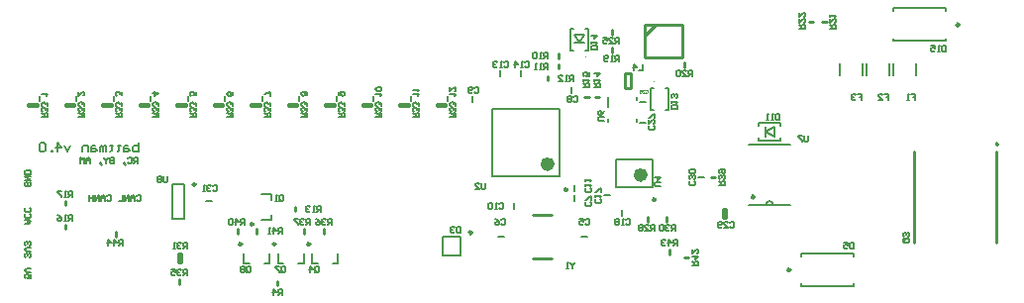
<source format=gbo>
G04 Layer_Color=32896*
%FSAX25Y25*%
%MOIN*%
G70*
G01*
G75*
%ADD46C,0.01000*%
%ADD79C,0.00984*%
%ADD80C,0.02362*%
%ADD82C,0.00787*%
%ADD83C,0.00800*%
%ADD84C,0.00500*%
%ADD86C,0.00394*%
%ADD87C,0.00300*%
%ADD148C,0.00600*%
D46*
X0782000Y0574000D02*
G03*
X0782000Y0574000I-0000500J0000000D01*
G01*
X0864067Y0591716D02*
G03*
X0864067Y0591716I-0000394J0000000D01*
G01*
X0745201Y0632012D02*
X0757799D01*
X0745201Y0620988D02*
X0757799D01*
Y0632012D01*
X0745201Y0620988D02*
Y0632012D01*
X0748744D02*
X0749532D01*
X0745201Y0628469D02*
X0748744Y0632012D01*
X0738500Y0610500D02*
Y0615500D01*
X0740500Y0610500D02*
Y0615500D01*
X0738500D02*
X0740500D01*
X0738500Y0610500D02*
X0740500D01*
X0712500Y0613213D02*
Y0614787D01*
X0724713Y0607500D02*
X0726287D01*
X0728213D02*
X0729787D01*
X0734000Y0628713D02*
Y0630287D01*
Y0622713D02*
Y0624287D01*
X0758272Y0617713D02*
Y0619287D01*
X0800213Y0633000D02*
X0801787D01*
X0804713D02*
X0806287D01*
X0767213Y0580500D02*
X0768787D01*
X0752500Y0565713D02*
Y0567287D01*
X0627500Y0569213D02*
Y0570787D01*
X0588500Y0544713D02*
Y0546287D01*
X0588894Y0551925D02*
Y0555075D01*
X0588106Y0551925D02*
Y0555075D01*
Y0551925D02*
X0588894D01*
X0588106Y0555075D02*
X0588894D01*
X0550000Y0563213D02*
Y0564787D01*
Y0571213D02*
Y0572787D01*
X0753500Y0554713D02*
Y0556287D01*
X0758213Y0553500D02*
X0759787D01*
X0630228Y0561713D02*
Y0563287D01*
X0637000Y0561713D02*
Y0563287D01*
X0621500Y0544213D02*
Y0545787D01*
X0567000Y0560713D02*
Y0562287D01*
X0716000Y0617213D02*
Y0618787D01*
Y0620713D02*
Y0622287D01*
X0746000Y0565713D02*
Y0567287D01*
X0614500Y0561713D02*
Y0563287D01*
X0608000Y0561713D02*
Y0563287D01*
X0707536Y0553350D02*
X0713636D01*
X0707536Y0567850D02*
X0713636D01*
X0863280Y0558646D02*
Y0589354D01*
X0835721Y0558646D02*
Y0589354D01*
X0771500Y0570000D02*
X0772500D01*
X0771500Y0567000D02*
X0772500D01*
Y0570000D01*
X0771500Y0567000D02*
Y0570000D01*
X0540575Y0604606D02*
Y0605394D01*
X0537425Y0604606D02*
Y0605394D01*
X0540575D01*
X0537425Y0604606D02*
X0540575D01*
X0553075D02*
Y0605394D01*
X0549925Y0604606D02*
Y0605394D01*
X0553075D01*
X0549925Y0604606D02*
X0553075D01*
X0565575D02*
Y0605394D01*
X0562425Y0604606D02*
Y0605394D01*
X0565575D01*
X0562425Y0604606D02*
X0565575D01*
X0578075D02*
Y0605394D01*
X0574925Y0604606D02*
Y0605394D01*
X0578075D01*
X0574925Y0604606D02*
X0578075D01*
X0590575D02*
Y0605394D01*
X0587425Y0604606D02*
Y0605394D01*
X0590575D01*
X0587425Y0604606D02*
X0590575D01*
X0603075D02*
Y0605394D01*
X0599925Y0604606D02*
Y0605394D01*
X0603075D01*
X0599925Y0604606D02*
X0603075D01*
X0615575D02*
Y0605394D01*
X0612425Y0604606D02*
Y0605394D01*
X0615575D01*
X0612425Y0604606D02*
X0615575D01*
X0628075D02*
Y0605394D01*
X0624925Y0604606D02*
Y0605394D01*
X0628075D01*
X0624925Y0604606D02*
X0628075D01*
X0640575D02*
Y0605394D01*
X0637425Y0604606D02*
Y0605394D01*
X0640575D01*
X0637425Y0604606D02*
X0640575D01*
X0653075D02*
Y0605394D01*
X0649925Y0604606D02*
Y0605394D01*
X0653075D01*
X0649925Y0604606D02*
X0653075D01*
X0665575D02*
Y0605394D01*
X0662425Y0604606D02*
Y0605394D01*
X0665575D01*
X0662425Y0604606D02*
X0665575D01*
X0678075D02*
Y0605394D01*
X0674925Y0604606D02*
Y0605394D01*
X0678075D01*
X0674925Y0604606D02*
X0678075D01*
D79*
X0748685Y0573142D02*
G03*
X0748685Y0573142I-0000492J0000000D01*
G01*
X0794098Y0549500D02*
G03*
X0794098Y0549500I-0000492J0000000D01*
G01*
X0620882Y0558153D02*
G03*
X0620882Y0558153I-0000492J0000000D01*
G01*
X0613339Y0564890D02*
G03*
X0613339Y0564890I-0000492J0000000D01*
G01*
X0609382Y0558153D02*
G03*
X0609382Y0558153I-0000492J0000000D01*
G01*
X0686929Y0562067D02*
G03*
X0686929Y0562067I-0000492J0000000D01*
G01*
X0632382Y0558153D02*
G03*
X0632382Y0558153I-0000492J0000000D01*
G01*
X0593905Y0578209D02*
G03*
X0593905Y0578209I-0000492J0000000D01*
G01*
X0719024Y0576500D02*
G03*
X0719024Y0576500I-0000492J0000000D01*
G01*
X0850886Y0632000D02*
G03*
X0850886Y0632000I-0000492J0000000D01*
G01*
D80*
X0744846Y0581410D02*
G03*
X0744846Y0581410I-0001181J0000000D01*
G01*
X0713512Y0585063D02*
G03*
X0713512Y0585063I-0001181J0000000D01*
G01*
D82*
X0818437Y0615031D02*
Y0618968D01*
X0810563Y0615031D02*
Y0618968D01*
X0827437Y0615031D02*
Y0618968D01*
X0819563Y0615031D02*
Y0618968D01*
X0828563Y0615031D02*
Y0618968D01*
X0836437Y0615031D02*
Y0618968D01*
X0732776Y0604287D02*
Y0607634D01*
Y0599366D02*
Y0600350D01*
X0742224Y0599366D02*
Y0600350D01*
Y0606650D02*
Y0607634D01*
X0725953Y0623260D02*
Y0630740D01*
X0720047Y0623260D02*
Y0630740D01*
X0724968Y0623260D02*
X0725953D01*
X0724968Y0630740D02*
X0725953D01*
X0720047Y0623260D02*
X0721032D01*
X0720047Y0630740D02*
X0721032D01*
X0721425Y0628575D02*
X0724575D01*
X0721425Y0625819D02*
X0724575D01*
X0721425Y0628575D02*
X0723000Y0625819D01*
X0724575Y0628575D01*
X0735398Y0577472D02*
X0747602D01*
X0735398Y0586528D02*
X0747602D01*
Y0577472D02*
Y0586528D01*
X0735398Y0577472D02*
Y0586528D01*
X0747047Y0603260D02*
Y0610740D01*
X0752953Y0603260D02*
Y0610740D01*
X0747047D02*
X0748032D01*
X0747047Y0603260D02*
X0748032D01*
X0751968Y0610740D02*
X0752953D01*
X0751968Y0603260D02*
X0752953D01*
X0815358Y0554126D02*
Y0555012D01*
X0797642Y0554126D02*
Y0555012D01*
X0815358Y0543988D02*
Y0544874D01*
X0797642Y0543988D02*
Y0544874D01*
Y0555012D02*
X0815358D01*
X0797642Y0543988D02*
X0815358D01*
X0783260Y0593047D02*
X0790740D01*
X0783260Y0598953D02*
X0790740D01*
X0783260Y0593047D02*
Y0594031D01*
X0790740Y0593047D02*
Y0594031D01*
X0783260Y0597968D02*
Y0598953D01*
X0790740Y0597968D02*
Y0598953D01*
X0788575Y0594425D02*
Y0597575D01*
X0785819Y0594425D02*
Y0597575D01*
Y0596000D02*
X0788575Y0597575D01*
X0785819Y0596000D02*
X0788575Y0594425D01*
X0628461Y0551520D02*
X0630331D01*
Y0555063D01*
X0621669Y0551520D02*
X0623539D01*
X0621669D02*
Y0555063D01*
X0619480Y0572961D02*
Y0574831D01*
X0615937D02*
X0619480D01*
Y0566169D02*
Y0568039D01*
X0615937Y0566169D02*
X0619480D01*
X0616961Y0551520D02*
X0618831D01*
Y0555063D01*
X0610169Y0551520D02*
X0612039D01*
X0610169D02*
Y0555063D01*
X0676929Y0554350D02*
Y0560650D01*
Y0554350D02*
X0683071D01*
X0676929Y0560650D02*
X0683071D01*
Y0554350D02*
Y0560650D01*
X0639961Y0551520D02*
X0641831D01*
Y0555063D01*
X0633169Y0551520D02*
X0635039D01*
X0633169D02*
Y0555063D01*
X0586031Y0578406D02*
X0589968D01*
X0586031Y0566595D02*
X0589968D01*
Y0578406D01*
X0586031Y0566595D02*
Y0578406D01*
X0693827Y0581126D02*
Y0603567D01*
X0716268Y0581126D02*
Y0603567D01*
X0693827D02*
X0716268D01*
X0693827Y0581126D02*
X0716268D01*
X0828642Y0637512D02*
X0846358D01*
X0828642Y0626488D02*
X0846358D01*
Y0636626D02*
Y0637512D01*
X0828642Y0636626D02*
Y0637512D01*
X0846358Y0626488D02*
Y0627374D01*
X0828642Y0626488D02*
Y0627374D01*
D83*
X0574700Y0592299D02*
Y0589300D01*
X0573201D01*
X0572701Y0589800D01*
Y0590300D01*
Y0590800D01*
X0573201Y0591299D01*
X0574700D01*
X0571201D02*
X0570201D01*
X0569702Y0590800D01*
Y0589300D01*
X0571201D01*
X0571701Y0589800D01*
X0571201Y0590300D01*
X0569702D01*
X0568202Y0591799D02*
Y0591299D01*
X0568702D01*
X0567702D01*
X0568202D01*
Y0589800D01*
X0567702Y0589300D01*
X0565703Y0591799D02*
Y0591299D01*
X0566203D01*
X0565203D01*
X0565703D01*
Y0589800D01*
X0565203Y0589300D01*
X0563704D02*
Y0591299D01*
X0563204D01*
X0562704Y0590800D01*
Y0589300D01*
Y0590800D01*
X0562204Y0591299D01*
X0561704Y0590800D01*
Y0589300D01*
X0560205Y0591299D02*
X0559205D01*
X0558705Y0590800D01*
Y0589300D01*
X0560205D01*
X0560705Y0589800D01*
X0560205Y0590300D01*
X0558705D01*
X0557705Y0589300D02*
Y0591299D01*
X0556206D01*
X0555706Y0590800D01*
Y0589300D01*
X0551707Y0591299D02*
X0550708Y0589300D01*
X0549708Y0591299D01*
X0547209Y0589300D02*
Y0592299D01*
X0548708Y0590800D01*
X0546709D01*
X0545709Y0589300D02*
Y0589800D01*
X0545210D01*
Y0589300D01*
X0545709D01*
X0543210Y0591799D02*
X0542710Y0592299D01*
X0541711D01*
X0541211Y0591799D01*
Y0589800D01*
X0541711Y0589300D01*
X0542710D01*
X0543210Y0589800D01*
Y0591799D01*
D84*
X0696500Y0614500D02*
Y0616500D01*
X0703500Y0614500D02*
Y0616500D01*
X0743500Y0606000D02*
X0745500D01*
X0731500Y0574500D02*
X0733500D01*
X0737500Y0567500D02*
Y0569500D01*
X0763000Y0580500D02*
X0765000D01*
X0597500Y0572500D02*
X0599500D01*
X0695586Y0560750D02*
X0697586D01*
X0723586Y0560749D02*
X0725586D01*
X0721500Y0572500D02*
Y0574500D01*
Y0576000D02*
Y0578000D01*
X0701000Y0570000D02*
Y0572000D01*
X0687000Y0606000D02*
Y0608000D01*
X0720500Y0609000D02*
Y0611000D01*
X0743500Y0599000D02*
X0745500D01*
X0574500Y0585166D02*
Y0587166D01*
X0573500D01*
X0573167Y0586833D01*
Y0586166D01*
X0573500Y0585833D01*
X0574500D01*
X0573834D02*
X0573167Y0585166D01*
X0571168Y0586833D02*
X0571501Y0587166D01*
X0572167D01*
X0572501Y0586833D01*
Y0585500D01*
X0572167Y0585166D01*
X0571501D01*
X0571168Y0585500D01*
X0570168Y0584833D02*
X0569835Y0585166D01*
Y0585500D01*
X0570168D01*
Y0585166D01*
X0569835D01*
X0570168Y0584833D01*
X0570501Y0584500D01*
X0566503Y0587166D02*
Y0585166D01*
X0565503D01*
X0565170Y0585500D01*
Y0585833D01*
X0565503Y0586166D01*
X0566503D01*
X0565503D01*
X0565170Y0586499D01*
Y0586833D01*
X0565503Y0587166D01*
X0566503D01*
X0564503D02*
Y0586833D01*
X0563837Y0586166D01*
X0563170Y0586833D01*
Y0587166D01*
X0563837Y0586166D02*
Y0585166D01*
X0562171Y0584833D02*
X0561837Y0585166D01*
Y0585500D01*
X0562171D01*
Y0585166D01*
X0561837D01*
X0562171Y0584833D01*
X0562504Y0584500D01*
X0558505Y0585166D02*
Y0586499D01*
X0557839Y0587166D01*
X0557172Y0586499D01*
Y0585166D01*
Y0586166D01*
X0558505D01*
X0556506Y0585166D02*
Y0587166D01*
X0555839Y0586499D01*
X0555173Y0587166D01*
Y0585166D01*
X0536500Y0565000D02*
X0537833D01*
X0538499Y0565666D01*
X0537833Y0566333D01*
X0536500D01*
X0537500D01*
Y0565000D01*
X0538166Y0568332D02*
X0538499Y0567999D01*
Y0567333D01*
X0538166Y0566999D01*
X0536833D01*
X0536500Y0567333D01*
Y0567999D01*
X0536833Y0568332D01*
X0538166Y0570332D02*
X0538499Y0569998D01*
Y0569332D01*
X0538166Y0568999D01*
X0536833D01*
X0536500Y0569332D01*
Y0569998D01*
X0536833Y0570332D01*
X0816667Y0608499D02*
X0818000D01*
Y0607500D01*
X0817334D01*
X0818000D01*
Y0606500D01*
X0816001Y0608166D02*
X0815667Y0608499D01*
X0815001D01*
X0814668Y0608166D01*
Y0607833D01*
X0815001Y0607500D01*
X0815334D01*
X0815001D01*
X0814668Y0607166D01*
Y0606833D01*
X0815001Y0606500D01*
X0815667D01*
X0816001Y0606833D01*
X0846500Y0624999D02*
Y0623000D01*
X0845500D01*
X0845167Y0623333D01*
Y0624666D01*
X0845500Y0624999D01*
X0846500D01*
X0844501Y0623000D02*
X0843834D01*
X0844167D01*
Y0624999D01*
X0844501Y0624666D01*
X0841502Y0624999D02*
X0842834D01*
Y0624000D01*
X0842168Y0624333D01*
X0841835D01*
X0841502Y0624000D01*
Y0623333D01*
X0841835Y0623000D01*
X0842501D01*
X0842834Y0623333D01*
X0724500Y0611000D02*
X0726499D01*
Y0612000D01*
X0726166Y0612333D01*
X0725500D01*
X0725166Y0612000D01*
Y0611000D01*
Y0611666D02*
X0724500Y0612333D01*
Y0612999D02*
Y0613666D01*
Y0613333D01*
X0726499D01*
X0726166Y0612999D01*
X0726499Y0615998D02*
Y0614666D01*
X0725500D01*
X0725833Y0615332D01*
Y0615665D01*
X0725500Y0615998D01*
X0724833D01*
X0724500Y0615665D01*
Y0614999D01*
X0724833Y0614666D01*
X0728000Y0611000D02*
X0729999D01*
Y0612000D01*
X0729666Y0612333D01*
X0729000D01*
X0728666Y0612000D01*
Y0611000D01*
Y0611666D02*
X0728000Y0612333D01*
Y0612999D02*
Y0613666D01*
Y0613333D01*
X0729999D01*
X0729666Y0612999D01*
X0728000Y0615665D02*
X0729999D01*
X0729000Y0614666D01*
Y0615998D01*
X0552500Y0566000D02*
Y0567999D01*
X0551500D01*
X0551167Y0567666D01*
Y0567000D01*
X0551500Y0566666D01*
X0552500D01*
X0551834D02*
X0551167Y0566000D01*
X0550501D02*
X0549834D01*
X0550167D01*
Y0567999D01*
X0550501Y0567666D01*
X0547502Y0567999D02*
X0548168Y0567666D01*
X0548835Y0567000D01*
Y0566333D01*
X0548501Y0566000D01*
X0547835D01*
X0547502Y0566333D01*
Y0566666D01*
X0547835Y0567000D01*
X0548835D01*
X0552500Y0574000D02*
Y0575999D01*
X0551500D01*
X0551167Y0575666D01*
Y0575000D01*
X0551500Y0574666D01*
X0552500D01*
X0551834D02*
X0551167Y0574000D01*
X0550501D02*
X0549834D01*
X0550167D01*
Y0575999D01*
X0550501Y0575666D01*
X0548835Y0575999D02*
X0547502D01*
Y0575666D01*
X0548835Y0574333D01*
Y0574000D01*
X0797000Y0630500D02*
X0798999D01*
Y0631500D01*
X0798666Y0631833D01*
X0798000D01*
X0797666Y0631500D01*
Y0630500D01*
Y0631166D02*
X0797000Y0631833D01*
Y0633832D02*
Y0632499D01*
X0798333Y0633832D01*
X0798666D01*
X0798999Y0633499D01*
Y0632833D01*
X0798666Y0632499D01*
X0797000Y0635832D02*
Y0634499D01*
X0798333Y0635832D01*
X0798666D01*
X0798999Y0635498D01*
Y0634832D01*
X0798666Y0634499D01*
X0807500Y0630500D02*
X0809499D01*
Y0631500D01*
X0809166Y0631833D01*
X0808500D01*
X0808166Y0631500D01*
Y0630500D01*
Y0631166D02*
X0807500Y0631833D01*
Y0633832D02*
Y0632499D01*
X0808833Y0633832D01*
X0809166D01*
X0809499Y0633499D01*
Y0632833D01*
X0809166Y0632499D01*
X0807500Y0634499D02*
Y0635165D01*
Y0634832D01*
X0809499D01*
X0809166Y0634499D01*
X0697667Y0619166D02*
X0698000Y0619499D01*
X0698667D01*
X0699000Y0619166D01*
Y0617833D01*
X0698667Y0617500D01*
X0698000D01*
X0697667Y0617833D01*
X0697001Y0617500D02*
X0696334D01*
X0696667D01*
Y0619499D01*
X0697001Y0619166D01*
X0695334D02*
X0695001Y0619499D01*
X0694335D01*
X0694002Y0619166D01*
Y0618833D01*
X0694335Y0618500D01*
X0694668D01*
X0694335D01*
X0694002Y0618166D01*
Y0617833D01*
X0694335Y0617500D01*
X0695001D01*
X0695334Y0617833D01*
X0704667Y0619166D02*
X0705000Y0619499D01*
X0705667D01*
X0706000Y0619166D01*
Y0617833D01*
X0705667Y0617500D01*
X0705000D01*
X0704667Y0617833D01*
X0704001Y0617500D02*
X0703334D01*
X0703667D01*
Y0619499D01*
X0704001Y0619166D01*
X0701335Y0617500D02*
Y0619499D01*
X0702334Y0618500D01*
X0701002D01*
X0591000Y0556500D02*
Y0558499D01*
X0590000D01*
X0589667Y0558166D01*
Y0557500D01*
X0590000Y0557166D01*
X0591000D01*
X0590334D02*
X0589667Y0556500D01*
X0589001Y0558166D02*
X0588667Y0558499D01*
X0588001D01*
X0587668Y0558166D01*
Y0557833D01*
X0588001Y0557500D01*
X0588334D01*
X0588001D01*
X0587668Y0557166D01*
Y0556833D01*
X0588001Y0556500D01*
X0588667D01*
X0589001Y0556833D01*
X0587001Y0556500D02*
X0586335D01*
X0586668D01*
Y0558499D01*
X0587001Y0558166D01*
X0736500Y0625500D02*
Y0627499D01*
X0735500D01*
X0735167Y0627166D01*
Y0626500D01*
X0735500Y0626166D01*
X0736500D01*
X0735834D02*
X0735167Y0625500D01*
X0733168D02*
X0734501D01*
X0733168Y0626833D01*
Y0627166D01*
X0733501Y0627499D01*
X0734167D01*
X0734501Y0627166D01*
X0731168Y0627499D02*
X0732501D01*
Y0626500D01*
X0731835Y0626833D01*
X0731502D01*
X0731168Y0626500D01*
Y0625833D01*
X0731502Y0625500D01*
X0732168D01*
X0732501Y0625833D01*
X0761000Y0614500D02*
Y0616499D01*
X0760000D01*
X0759667Y0616166D01*
Y0615500D01*
X0760000Y0615166D01*
X0761000D01*
X0760334D02*
X0759667Y0614500D01*
X0757668D02*
X0759001D01*
X0757668Y0615833D01*
Y0616166D01*
X0758001Y0616499D01*
X0758667D01*
X0759001Y0616166D01*
X0757001D02*
X0756668Y0616499D01*
X0756002D01*
X0755668Y0616166D01*
Y0614833D01*
X0756002Y0614500D01*
X0756668D01*
X0757001Y0614833D01*
Y0616166D01*
X0736500Y0619500D02*
Y0621499D01*
X0735500D01*
X0735167Y0621166D01*
Y0620500D01*
X0735500Y0620166D01*
X0736500D01*
X0735834D02*
X0735167Y0619500D01*
X0734501D02*
X0733834D01*
X0734167D01*
Y0621499D01*
X0734501Y0621166D01*
X0732834Y0619833D02*
X0732501Y0619500D01*
X0731835D01*
X0731502Y0619833D01*
Y0621166D01*
X0731835Y0621499D01*
X0732501D01*
X0732834Y0621166D01*
Y0620833D01*
X0732501Y0620500D01*
X0731502D01*
X0815500Y0558499D02*
Y0556500D01*
X0814500D01*
X0814167Y0556833D01*
Y0558166D01*
X0814500Y0558499D01*
X0815500D01*
X0812168D02*
X0813501D01*
Y0557500D01*
X0812834Y0557833D01*
X0812501D01*
X0812168Y0557500D01*
Y0556833D01*
X0812501Y0556500D01*
X0813167D01*
X0813501Y0556833D01*
X0611167Y0548833D02*
Y0550166D01*
X0611500Y0550499D01*
X0612167D01*
X0612500Y0550166D01*
Y0548833D01*
X0612167Y0548500D01*
X0611500D01*
X0611834Y0549166D02*
X0611167Y0548500D01*
X0611500D02*
X0611167Y0548833D01*
X0610501Y0550166D02*
X0610167Y0550499D01*
X0609501D01*
X0609168Y0550166D01*
Y0549833D01*
X0609501Y0549500D01*
X0609168Y0549166D01*
Y0548833D01*
X0609501Y0548500D01*
X0610167D01*
X0610501Y0548833D01*
Y0549166D01*
X0610167Y0549500D01*
X0610501Y0549833D01*
Y0550166D01*
X0610167Y0549500D02*
X0609501D01*
X0622667Y0548833D02*
Y0550166D01*
X0623000Y0550499D01*
X0623667D01*
X0624000Y0550166D01*
Y0548833D01*
X0623667Y0548500D01*
X0623000D01*
X0623334Y0549166D02*
X0622667Y0548500D01*
X0623000D02*
X0622667Y0548833D01*
X0622001Y0550499D02*
X0620668D01*
Y0550166D01*
X0622001Y0548833D01*
Y0548500D01*
X0755500Y0562500D02*
Y0564499D01*
X0754500D01*
X0754167Y0564166D01*
Y0563500D01*
X0754500Y0563166D01*
X0755500D01*
X0754834D02*
X0754167Y0562500D01*
X0753501Y0564166D02*
X0753167Y0564499D01*
X0752501D01*
X0752168Y0564166D01*
Y0563833D01*
X0752501Y0563500D01*
X0752834D01*
X0752501D01*
X0752168Y0563166D01*
Y0562833D01*
X0752501Y0562500D01*
X0753167D01*
X0753501Y0562833D01*
X0751501Y0564166D02*
X0751168Y0564499D01*
X0750502D01*
X0750168Y0564166D01*
Y0562833D01*
X0750502Y0562500D01*
X0751168D01*
X0751501Y0562833D01*
Y0564166D01*
X0800000Y0594499D02*
Y0592833D01*
X0799667Y0592500D01*
X0799000D01*
X0798667Y0592833D01*
Y0594499D01*
X0798001D02*
X0796668D01*
Y0594166D01*
X0798001Y0592833D01*
Y0592500D01*
X0623000Y0561500D02*
Y0563499D01*
X0622000D01*
X0621667Y0563166D01*
Y0562500D01*
X0622000Y0562166D01*
X0623000D01*
X0622334D02*
X0621667Y0561500D01*
X0620001D02*
Y0563499D01*
X0621001Y0562500D01*
X0619668D01*
X0619001Y0561500D02*
X0618335D01*
X0618668D01*
Y0563499D01*
X0619001Y0563166D01*
X0610500Y0564500D02*
Y0566499D01*
X0609500D01*
X0609167Y0566166D01*
Y0565500D01*
X0609500Y0565166D01*
X0610500D01*
X0609834D02*
X0609167Y0564500D01*
X0607501D02*
Y0566499D01*
X0608501Y0565500D01*
X0607168D01*
X0606501Y0566166D02*
X0606168Y0566499D01*
X0605502D01*
X0605168Y0566166D01*
Y0564833D01*
X0605502Y0564500D01*
X0606168D01*
X0606501Y0564833D01*
Y0566166D01*
X0634167Y0548833D02*
Y0550166D01*
X0634500Y0550499D01*
X0635167D01*
X0635500Y0550166D01*
Y0548833D01*
X0635167Y0548500D01*
X0634500D01*
X0634834Y0549166D02*
X0634167Y0548500D01*
X0634500D02*
X0634167Y0548833D01*
X0632501Y0548500D02*
Y0550499D01*
X0633501Y0549500D01*
X0632168D01*
X0639732Y0564500D02*
Y0566499D01*
X0638732D01*
X0638399Y0566166D01*
Y0565500D01*
X0638732Y0565166D01*
X0639732D01*
X0639066D02*
X0638399Y0564500D01*
X0637733Y0566166D02*
X0637400Y0566499D01*
X0636733D01*
X0636400Y0566166D01*
Y0565833D01*
X0636733Y0565500D01*
X0637066D01*
X0636733D01*
X0636400Y0565166D01*
Y0564833D01*
X0636733Y0564500D01*
X0637400D01*
X0637733Y0564833D01*
X0634401Y0566499D02*
X0635067Y0566166D01*
X0635734Y0565500D01*
Y0564833D01*
X0635400Y0564500D01*
X0634734D01*
X0634401Y0564833D01*
Y0565166D01*
X0634734Y0565500D01*
X0635734D01*
X0632500Y0564500D02*
Y0566499D01*
X0631500D01*
X0631167Y0566166D01*
Y0565500D01*
X0631500Y0565166D01*
X0632500D01*
X0631834D02*
X0631167Y0564500D01*
X0630501Y0566166D02*
X0630167Y0566499D01*
X0629501D01*
X0629168Y0566166D01*
Y0565833D01*
X0629501Y0565500D01*
X0629834D01*
X0629501D01*
X0629168Y0565166D01*
Y0564833D01*
X0629501Y0564500D01*
X0630167D01*
X0630501Y0564833D01*
X0628501Y0566499D02*
X0627168D01*
Y0566166D01*
X0628501Y0564833D01*
Y0564500D01*
X0761000Y0551000D02*
X0762999D01*
Y0552000D01*
X0762666Y0552333D01*
X0762000D01*
X0761666Y0552000D01*
Y0551000D01*
Y0551666D02*
X0761000Y0552333D01*
Y0553999D02*
X0762999D01*
X0762000Y0552999D01*
Y0554332D01*
X0761000Y0556332D02*
Y0554999D01*
X0762333Y0556332D01*
X0762666D01*
X0762999Y0555998D01*
Y0555332D01*
X0762666Y0554999D01*
X0756000Y0557500D02*
Y0559499D01*
X0755000D01*
X0754667Y0559166D01*
Y0558500D01*
X0755000Y0558166D01*
X0756000D01*
X0755334D02*
X0754667Y0557500D01*
X0753001D02*
Y0559499D01*
X0754001Y0558500D01*
X0752668D01*
X0752001Y0559166D02*
X0751668Y0559499D01*
X0751002D01*
X0750668Y0559166D01*
Y0558833D01*
X0751002Y0558500D01*
X0751335D01*
X0751002D01*
X0750668Y0558166D01*
Y0557833D01*
X0751002Y0557500D01*
X0751668D01*
X0752001Y0557833D01*
X0761666Y0579333D02*
X0761999Y0579000D01*
Y0578333D01*
X0761666Y0578000D01*
X0760333D01*
X0760000Y0578333D01*
Y0579000D01*
X0760333Y0579333D01*
X0761666Y0579999D02*
X0761999Y0580333D01*
Y0580999D01*
X0761666Y0581332D01*
X0761333D01*
X0761000Y0580999D01*
Y0580666D01*
Y0580999D01*
X0760666Y0581332D01*
X0760333D01*
X0760000Y0580999D01*
Y0580333D01*
X0760333Y0579999D01*
X0761666Y0581999D02*
X0761999Y0582332D01*
Y0582998D01*
X0761666Y0583332D01*
X0760333D01*
X0760000Y0582998D01*
Y0582332D01*
X0760333Y0581999D01*
X0761666D01*
X0773667Y0565166D02*
X0774000Y0565499D01*
X0774667D01*
X0775000Y0565166D01*
Y0563833D01*
X0774667Y0563500D01*
X0774000D01*
X0773667Y0563833D01*
X0771668Y0563500D02*
X0773001D01*
X0771668Y0564833D01*
Y0565166D01*
X0772001Y0565499D01*
X0772667D01*
X0773001Y0565166D01*
X0771001Y0563833D02*
X0770668Y0563500D01*
X0770002D01*
X0769668Y0563833D01*
Y0565166D01*
X0770002Y0565499D01*
X0770668D01*
X0771001Y0565166D01*
Y0564833D01*
X0770668Y0564500D01*
X0769668D01*
X0726666Y0572333D02*
X0726999Y0572000D01*
Y0571333D01*
X0726666Y0571000D01*
X0725333D01*
X0725000Y0571333D01*
Y0572000D01*
X0725333Y0572333D01*
X0726999Y0572999D02*
Y0574332D01*
X0726666D01*
X0725333Y0572999D01*
X0725000D01*
X0691500Y0578499D02*
Y0576833D01*
X0691167Y0576500D01*
X0690500D01*
X0690167Y0576833D01*
Y0578499D01*
X0688168Y0576500D02*
X0689501D01*
X0688168Y0577833D01*
Y0578166D01*
X0688501Y0578499D01*
X0689167D01*
X0689501Y0578166D01*
X0721500Y0551999D02*
Y0551666D01*
X0720834Y0551000D01*
X0720167Y0551666D01*
Y0551999D01*
X0720834Y0551000D02*
Y0550000D01*
X0719501D02*
X0718834D01*
X0719167D01*
Y0551999D01*
X0719501Y0551666D01*
X0584500Y0580999D02*
Y0579333D01*
X0584167Y0579000D01*
X0583500D01*
X0583167Y0579333D01*
Y0580999D01*
X0582501Y0580666D02*
X0582167Y0580999D01*
X0581501D01*
X0581168Y0580666D01*
Y0580333D01*
X0581501Y0580000D01*
X0581168Y0579666D01*
Y0579333D01*
X0581501Y0579000D01*
X0582167D01*
X0582501Y0579333D01*
Y0579666D01*
X0582167Y0580000D01*
X0582501Y0580333D01*
Y0580666D01*
X0582167Y0580000D02*
X0581501D01*
X0569500Y0557500D02*
Y0559499D01*
X0568500D01*
X0568167Y0559166D01*
Y0558500D01*
X0568500Y0558166D01*
X0569500D01*
X0568834D02*
X0568167Y0557500D01*
X0566501D02*
Y0559499D01*
X0567501Y0558500D01*
X0566168D01*
X0564502Y0557500D02*
Y0559499D01*
X0565501Y0558500D01*
X0564168D01*
X0623000Y0541000D02*
Y0542999D01*
X0622000D01*
X0621667Y0542666D01*
Y0542000D01*
X0622000Y0541666D01*
X0623000D01*
X0622334D02*
X0621667Y0541000D01*
X0620001D02*
Y0542999D01*
X0621001Y0542000D01*
X0619668D01*
X0726666Y0576833D02*
X0726999Y0576500D01*
Y0575833D01*
X0726666Y0575500D01*
X0725333D01*
X0725000Y0575833D01*
Y0576500D01*
X0725333Y0576833D01*
X0725000Y0577499D02*
Y0578166D01*
Y0577833D01*
X0726999D01*
X0726666Y0577499D01*
X0725000Y0579166D02*
Y0579832D01*
Y0579499D01*
X0726999D01*
X0726666Y0579166D01*
X0696167Y0571666D02*
X0696500Y0571999D01*
X0697167D01*
X0697500Y0571666D01*
Y0570333D01*
X0697167Y0570000D01*
X0696500D01*
X0696167Y0570333D01*
X0695501Y0570000D02*
X0694834D01*
X0695167D01*
Y0571999D01*
X0695501Y0571666D01*
X0693834D02*
X0693501Y0571999D01*
X0692835D01*
X0692502Y0571666D01*
Y0570333D01*
X0692835Y0570000D01*
X0693501D01*
X0693834Y0570333D01*
Y0571666D01*
X0599667Y0577666D02*
X0600000Y0577999D01*
X0600667D01*
X0601000Y0577666D01*
Y0576333D01*
X0600667Y0576000D01*
X0600000D01*
X0599667Y0576333D01*
X0599001Y0577666D02*
X0598667Y0577999D01*
X0598001D01*
X0597668Y0577666D01*
Y0577333D01*
X0598001Y0577000D01*
X0598334D01*
X0598001D01*
X0597668Y0576666D01*
Y0576333D01*
X0598001Y0576000D01*
X0598667D01*
X0599001Y0576333D01*
X0597001Y0576000D02*
X0596335D01*
X0596668D01*
Y0577999D01*
X0597001Y0577666D01*
X0721167Y0607666D02*
X0721500Y0607999D01*
X0722167D01*
X0722500Y0607666D01*
Y0606333D01*
X0722167Y0606000D01*
X0721500D01*
X0721167Y0606333D01*
X0720501Y0607666D02*
X0720167Y0607999D01*
X0719501D01*
X0719168Y0607666D01*
Y0607333D01*
X0719501Y0607000D01*
X0719168Y0606666D01*
Y0606333D01*
X0719501Y0606000D01*
X0720167D01*
X0720501Y0606333D01*
Y0606666D01*
X0720167Y0607000D01*
X0720501Y0607333D01*
Y0607666D01*
X0720167Y0607000D02*
X0719501D01*
X0696667Y0566166D02*
X0697000Y0566499D01*
X0697667D01*
X0698000Y0566166D01*
Y0564833D01*
X0697667Y0564500D01*
X0697000D01*
X0696667Y0564833D01*
X0694668Y0566499D02*
X0695334Y0566166D01*
X0696001Y0565500D01*
Y0564833D01*
X0695667Y0564500D01*
X0695001D01*
X0694668Y0564833D01*
Y0565166D01*
X0695001Y0565500D01*
X0696001D01*
X0725167Y0566166D02*
X0725500Y0566499D01*
X0726167D01*
X0726500Y0566166D01*
Y0564833D01*
X0726167Y0564500D01*
X0725500D01*
X0725167Y0564833D01*
X0723168Y0566499D02*
X0724501D01*
Y0565500D01*
X0723834Y0565833D01*
X0723501D01*
X0723168Y0565500D01*
Y0564833D01*
X0723501Y0564500D01*
X0724167D01*
X0724501Y0564833D01*
X0712500Y0620500D02*
Y0622499D01*
X0711500D01*
X0711167Y0622166D01*
Y0621500D01*
X0711500Y0621166D01*
X0712500D01*
X0711834D02*
X0711167Y0620500D01*
X0710501D02*
X0709834D01*
X0710167D01*
Y0622499D01*
X0710501Y0622166D01*
X0708835D02*
X0708501Y0622499D01*
X0707835D01*
X0707502Y0622166D01*
Y0620833D01*
X0707835Y0620500D01*
X0708501D01*
X0708835Y0620833D01*
Y0622166D01*
X0712500Y0617000D02*
Y0618999D01*
X0711500D01*
X0711167Y0618666D01*
Y0618000D01*
X0711500Y0617666D01*
X0712500D01*
X0711834D02*
X0711167Y0617000D01*
X0710501D02*
X0709834D01*
X0710167D01*
Y0618999D01*
X0710501Y0618666D01*
X0708835Y0617000D02*
X0708168D01*
X0708501D01*
Y0618999D01*
X0708835Y0618666D01*
X0834667Y0608499D02*
X0836000D01*
Y0607500D01*
X0835334D01*
X0836000D01*
Y0606500D01*
X0834001D02*
X0833334D01*
X0833667D01*
Y0608499D01*
X0834001Y0608166D01*
X0825667Y0608499D02*
X0827000D01*
Y0607500D01*
X0826334D01*
X0827000D01*
Y0606500D01*
X0823668D02*
X0825001D01*
X0823668Y0607833D01*
Y0608166D01*
X0824001Y0608499D01*
X0824667D01*
X0825001Y0608166D01*
X0748166Y0597833D02*
X0748499Y0597500D01*
Y0596833D01*
X0748166Y0596500D01*
X0746833D01*
X0746500Y0596833D01*
Y0597500D01*
X0746833Y0597833D01*
X0746500Y0599832D02*
Y0598499D01*
X0747833Y0599832D01*
X0748166D01*
X0748499Y0599499D01*
Y0598833D01*
X0748166Y0598499D01*
X0748499Y0600499D02*
Y0601832D01*
X0748166D01*
X0746833Y0600499D01*
X0746500D01*
X0683000Y0563999D02*
Y0562000D01*
X0682000D01*
X0681667Y0562333D01*
Y0563666D01*
X0682000Y0563999D01*
X0683000D01*
X0681001Y0563666D02*
X0680667Y0563999D01*
X0680001D01*
X0679668Y0563666D01*
Y0563333D01*
X0680001Y0563000D01*
X0680334D01*
X0680001D01*
X0679668Y0562666D01*
Y0562333D01*
X0680001Y0562000D01*
X0680667D01*
X0681001Y0562333D01*
X0748500Y0562500D02*
Y0564499D01*
X0747500D01*
X0747167Y0564166D01*
Y0563500D01*
X0747500Y0563166D01*
X0748500D01*
X0747834D02*
X0747167Y0562500D01*
X0745168D02*
X0746501D01*
X0745168Y0563833D01*
Y0564166D01*
X0745501Y0564499D01*
X0746167D01*
X0746501Y0564166D01*
X0744501D02*
X0744168Y0564499D01*
X0743502D01*
X0743168Y0564166D01*
Y0563833D01*
X0743502Y0563500D01*
X0743168Y0563166D01*
Y0562833D01*
X0743502Y0562500D01*
X0744168D01*
X0744501Y0562833D01*
Y0563166D01*
X0744168Y0563500D01*
X0744501Y0563833D01*
Y0564166D01*
X0744168Y0563500D02*
X0743502D01*
X0832333Y0559833D02*
X0833666D01*
X0833999Y0559500D01*
Y0558833D01*
X0833666Y0558500D01*
X0832333D01*
X0832000Y0558833D01*
Y0559500D01*
X0832666Y0559166D02*
X0832000Y0559833D01*
Y0559500D02*
X0832333Y0559833D01*
X0833666Y0560499D02*
X0833999Y0560833D01*
Y0561499D01*
X0833666Y0561832D01*
X0833333D01*
X0833000Y0561499D01*
Y0561166D01*
Y0561499D01*
X0832666Y0561832D01*
X0832333D01*
X0832000Y0561499D01*
Y0560833D01*
X0832333Y0560499D01*
X0687667Y0610666D02*
X0688000Y0610999D01*
X0688667D01*
X0689000Y0610666D01*
Y0609333D01*
X0688667Y0609000D01*
X0688000D01*
X0687667Y0609333D01*
X0687001D02*
X0686667Y0609000D01*
X0686001D01*
X0685668Y0609333D01*
Y0610666D01*
X0686001Y0610999D01*
X0686667D01*
X0687001Y0610666D01*
Y0610333D01*
X0686667Y0610000D01*
X0685668D01*
X0770000Y0578000D02*
X0771999D01*
Y0579000D01*
X0771666Y0579333D01*
X0771000D01*
X0770666Y0579000D01*
Y0578000D01*
Y0578666D02*
X0770000Y0579333D01*
X0771666Y0579999D02*
X0771999Y0580333D01*
Y0580999D01*
X0771666Y0581332D01*
X0771333D01*
X0771000Y0580999D01*
Y0580666D01*
Y0580999D01*
X0770666Y0581332D01*
X0770333D01*
X0770000Y0580999D01*
Y0580333D01*
X0770333Y0579999D01*
Y0581999D02*
X0770000Y0582332D01*
Y0582998D01*
X0770333Y0583332D01*
X0771666D01*
X0771999Y0582998D01*
Y0582332D01*
X0771666Y0581999D01*
X0771333D01*
X0771000Y0582332D01*
Y0583332D01*
X0681500Y0601000D02*
X0679500D01*
X0681500D02*
Y0601857D01*
X0681404Y0602143D01*
X0681309Y0602238D01*
X0681119Y0602333D01*
X0680928D01*
X0680738Y0602238D01*
X0680643Y0602143D01*
X0680547Y0601857D01*
Y0601000D01*
Y0601666D02*
X0679500Y0602333D01*
X0681500Y0602971D02*
Y0604018D01*
X0680738Y0603447D01*
Y0603733D01*
X0680643Y0603923D01*
X0680547Y0604018D01*
X0680262Y0604114D01*
X0680071D01*
X0679786Y0604018D01*
X0679595Y0603828D01*
X0679500Y0603542D01*
Y0603257D01*
X0679595Y0602971D01*
X0679690Y0602876D01*
X0679881Y0602781D01*
X0681500Y0604752D02*
Y0605799D01*
X0680738Y0605228D01*
Y0605513D01*
X0680643Y0605704D01*
X0680547Y0605799D01*
X0680262Y0605894D01*
X0680071D01*
X0679786Y0605799D01*
X0679595Y0605609D01*
X0679500Y0605323D01*
Y0605037D01*
X0679595Y0604752D01*
X0679690Y0604656D01*
X0679881Y0604561D01*
X0678833Y0606342D02*
Y0607865D01*
X0681119Y0608122D02*
X0681214Y0608313D01*
X0681500Y0608598D01*
X0679500D01*
X0681024Y0609684D02*
X0681119D01*
X0681309Y0609779D01*
X0681404Y0609874D01*
X0681500Y0610065D01*
Y0610446D01*
X0681404Y0610636D01*
X0681309Y0610731D01*
X0681119Y0610826D01*
X0680928D01*
X0680738Y0610731D01*
X0680452Y0610541D01*
X0679500Y0609589D01*
Y0610922D01*
X0669000Y0601000D02*
X0667000D01*
X0669000D02*
Y0601857D01*
X0668904Y0602143D01*
X0668809Y0602238D01*
X0668619Y0602333D01*
X0668428D01*
X0668238Y0602238D01*
X0668143Y0602143D01*
X0668047Y0601857D01*
Y0601000D01*
Y0601666D02*
X0667000Y0602333D01*
X0669000Y0602971D02*
Y0604018D01*
X0668238Y0603447D01*
Y0603733D01*
X0668143Y0603923D01*
X0668047Y0604018D01*
X0667762Y0604114D01*
X0667571D01*
X0667286Y0604018D01*
X0667095Y0603828D01*
X0667000Y0603542D01*
Y0603257D01*
X0667095Y0602971D01*
X0667190Y0602876D01*
X0667381Y0602781D01*
X0669000Y0604752D02*
Y0605799D01*
X0668238Y0605228D01*
Y0605513D01*
X0668143Y0605704D01*
X0668047Y0605799D01*
X0667762Y0605894D01*
X0667571D01*
X0667286Y0605799D01*
X0667095Y0605609D01*
X0667000Y0605323D01*
Y0605037D01*
X0667095Y0604752D01*
X0667190Y0604656D01*
X0667381Y0604561D01*
X0666333Y0606342D02*
Y0607865D01*
X0668619Y0608122D02*
X0668714Y0608313D01*
X0669000Y0608598D01*
X0667000D01*
X0668619Y0609589D02*
X0668714Y0609779D01*
X0669000Y0610065D01*
X0667000D01*
X0656500Y0601000D02*
X0654500D01*
X0656500D02*
Y0601857D01*
X0656404Y0602143D01*
X0656309Y0602238D01*
X0656119Y0602333D01*
X0655928D01*
X0655738Y0602238D01*
X0655643Y0602143D01*
X0655547Y0601857D01*
Y0601000D01*
Y0601666D02*
X0654500Y0602333D01*
X0656500Y0602971D02*
Y0604018D01*
X0655738Y0603447D01*
Y0603733D01*
X0655643Y0603923D01*
X0655547Y0604018D01*
X0655262Y0604114D01*
X0655071D01*
X0654786Y0604018D01*
X0654595Y0603828D01*
X0654500Y0603542D01*
Y0603257D01*
X0654595Y0602971D01*
X0654690Y0602876D01*
X0654881Y0602781D01*
X0656500Y0604752D02*
Y0605799D01*
X0655738Y0605228D01*
Y0605513D01*
X0655643Y0605704D01*
X0655547Y0605799D01*
X0655262Y0605894D01*
X0655071D01*
X0654786Y0605799D01*
X0654595Y0605609D01*
X0654500Y0605323D01*
Y0605037D01*
X0654595Y0604752D01*
X0654690Y0604656D01*
X0654881Y0604561D01*
X0653833Y0606342D02*
Y0607865D01*
X0656119Y0608122D02*
X0656214Y0608313D01*
X0656500Y0608598D01*
X0654500D01*
X0656500Y0610160D02*
X0656404Y0609874D01*
X0656119Y0609684D01*
X0655643Y0609589D01*
X0655357D01*
X0654881Y0609684D01*
X0654595Y0609874D01*
X0654500Y0610160D01*
Y0610350D01*
X0654595Y0610636D01*
X0654881Y0610826D01*
X0655357Y0610922D01*
X0655643D01*
X0656119Y0610826D01*
X0656404Y0610636D01*
X0656500Y0610350D01*
Y0610160D01*
X0644000Y0601000D02*
X0642000D01*
X0644000D02*
Y0601857D01*
X0643904Y0602143D01*
X0643809Y0602238D01*
X0643619Y0602333D01*
X0643428D01*
X0643238Y0602238D01*
X0643143Y0602143D01*
X0643047Y0601857D01*
Y0601000D01*
Y0601666D02*
X0642000Y0602333D01*
X0644000Y0602971D02*
Y0604018D01*
X0643238Y0603447D01*
Y0603733D01*
X0643143Y0603923D01*
X0643047Y0604018D01*
X0642762Y0604114D01*
X0642571D01*
X0642286Y0604018D01*
X0642095Y0603828D01*
X0642000Y0603542D01*
Y0603257D01*
X0642095Y0602971D01*
X0642190Y0602876D01*
X0642381Y0602781D01*
X0644000Y0604752D02*
Y0605799D01*
X0643238Y0605228D01*
Y0605513D01*
X0643143Y0605704D01*
X0643047Y0605799D01*
X0642762Y0605894D01*
X0642571D01*
X0642286Y0605799D01*
X0642095Y0605609D01*
X0642000Y0605323D01*
Y0605037D01*
X0642095Y0604752D01*
X0642190Y0604656D01*
X0642381Y0604561D01*
X0641333Y0606342D02*
Y0607865D01*
X0643333Y0609360D02*
X0643047Y0609265D01*
X0642857Y0609074D01*
X0642762Y0608789D01*
Y0608694D01*
X0642857Y0608408D01*
X0643047Y0608217D01*
X0643333Y0608122D01*
X0643428D01*
X0643714Y0608217D01*
X0643904Y0608408D01*
X0644000Y0608694D01*
Y0608789D01*
X0643904Y0609074D01*
X0643714Y0609265D01*
X0643333Y0609360D01*
X0642857D01*
X0642381Y0609265D01*
X0642095Y0609074D01*
X0642000Y0608789D01*
Y0608598D01*
X0642095Y0608313D01*
X0642286Y0608217D01*
X0631500Y0601000D02*
X0629500D01*
X0631500D02*
Y0601857D01*
X0631404Y0602143D01*
X0631309Y0602238D01*
X0631119Y0602333D01*
X0630928D01*
X0630738Y0602238D01*
X0630643Y0602143D01*
X0630547Y0601857D01*
Y0601000D01*
Y0601666D02*
X0629500Y0602333D01*
X0631500Y0602971D02*
Y0604018D01*
X0630738Y0603447D01*
Y0603733D01*
X0630643Y0603923D01*
X0630547Y0604018D01*
X0630262Y0604114D01*
X0630071D01*
X0629786Y0604018D01*
X0629595Y0603828D01*
X0629500Y0603542D01*
Y0603257D01*
X0629595Y0602971D01*
X0629690Y0602876D01*
X0629881Y0602781D01*
X0631500Y0604752D02*
Y0605799D01*
X0630738Y0605228D01*
Y0605513D01*
X0630643Y0605704D01*
X0630547Y0605799D01*
X0630262Y0605894D01*
X0630071D01*
X0629786Y0605799D01*
X0629595Y0605609D01*
X0629500Y0605323D01*
Y0605037D01*
X0629595Y0604752D01*
X0629690Y0604656D01*
X0629881Y0604561D01*
X0628833Y0606342D02*
Y0607865D01*
X0631500Y0608598D02*
X0631404Y0608313D01*
X0631214Y0608217D01*
X0631024D01*
X0630833Y0608313D01*
X0630738Y0608503D01*
X0630643Y0608884D01*
X0630547Y0609170D01*
X0630357Y0609360D01*
X0630166Y0609455D01*
X0629881D01*
X0629690Y0609360D01*
X0629595Y0609265D01*
X0629500Y0608979D01*
Y0608598D01*
X0629595Y0608313D01*
X0629690Y0608217D01*
X0629881Y0608122D01*
X0630166D01*
X0630357Y0608217D01*
X0630547Y0608408D01*
X0630643Y0608694D01*
X0630738Y0609074D01*
X0630833Y0609265D01*
X0631024Y0609360D01*
X0631214D01*
X0631404Y0609265D01*
X0631500Y0608979D01*
Y0608598D01*
X0619000Y0601000D02*
X0617000D01*
X0619000D02*
Y0601857D01*
X0618904Y0602143D01*
X0618809Y0602238D01*
X0618619Y0602333D01*
X0618428D01*
X0618238Y0602238D01*
X0618143Y0602143D01*
X0618047Y0601857D01*
Y0601000D01*
Y0601666D02*
X0617000Y0602333D01*
X0619000Y0602971D02*
Y0604018D01*
X0618238Y0603447D01*
Y0603733D01*
X0618143Y0603923D01*
X0618047Y0604018D01*
X0617762Y0604114D01*
X0617571D01*
X0617286Y0604018D01*
X0617095Y0603828D01*
X0617000Y0603542D01*
Y0603257D01*
X0617095Y0602971D01*
X0617190Y0602876D01*
X0617381Y0602781D01*
X0619000Y0604752D02*
Y0605799D01*
X0618238Y0605228D01*
Y0605513D01*
X0618143Y0605704D01*
X0618047Y0605799D01*
X0617762Y0605894D01*
X0617571D01*
X0617286Y0605799D01*
X0617095Y0605609D01*
X0617000Y0605323D01*
Y0605037D01*
X0617095Y0604752D01*
X0617190Y0604656D01*
X0617381Y0604561D01*
X0616333Y0606342D02*
Y0607865D01*
X0619000Y0609455D02*
X0617000Y0608503D01*
X0619000Y0608122D02*
Y0609455D01*
X0606500Y0601000D02*
X0604500D01*
X0606500D02*
Y0601857D01*
X0606404Y0602143D01*
X0606309Y0602238D01*
X0606119Y0602333D01*
X0605928D01*
X0605738Y0602238D01*
X0605643Y0602143D01*
X0605547Y0601857D01*
Y0601000D01*
Y0601666D02*
X0604500Y0602333D01*
X0606500Y0602971D02*
Y0604018D01*
X0605738Y0603447D01*
Y0603733D01*
X0605643Y0603923D01*
X0605547Y0604018D01*
X0605262Y0604114D01*
X0605071D01*
X0604786Y0604018D01*
X0604595Y0603828D01*
X0604500Y0603542D01*
Y0603257D01*
X0604595Y0602971D01*
X0604690Y0602876D01*
X0604881Y0602781D01*
X0606500Y0604752D02*
Y0605799D01*
X0605738Y0605228D01*
Y0605513D01*
X0605643Y0605704D01*
X0605547Y0605799D01*
X0605262Y0605894D01*
X0605071D01*
X0604786Y0605799D01*
X0604595Y0605609D01*
X0604500Y0605323D01*
Y0605037D01*
X0604595Y0604752D01*
X0604690Y0604656D01*
X0604881Y0604561D01*
X0603833Y0606342D02*
Y0607865D01*
X0606214Y0609265D02*
X0606404Y0609170D01*
X0606500Y0608884D01*
Y0608694D01*
X0606404Y0608408D01*
X0606119Y0608217D01*
X0605643Y0608122D01*
X0605166D01*
X0604786Y0608217D01*
X0604595Y0608408D01*
X0604500Y0608694D01*
Y0608789D01*
X0604595Y0609074D01*
X0604786Y0609265D01*
X0605071Y0609360D01*
X0605166D01*
X0605452Y0609265D01*
X0605643Y0609074D01*
X0605738Y0608789D01*
Y0608694D01*
X0605643Y0608408D01*
X0605452Y0608217D01*
X0605166Y0608122D01*
X0594000Y0601000D02*
X0592000D01*
X0594000D02*
Y0601857D01*
X0593904Y0602143D01*
X0593809Y0602238D01*
X0593619Y0602333D01*
X0593428D01*
X0593238Y0602238D01*
X0593143Y0602143D01*
X0593047Y0601857D01*
Y0601000D01*
Y0601666D02*
X0592000Y0602333D01*
X0594000Y0602971D02*
Y0604018D01*
X0593238Y0603447D01*
Y0603733D01*
X0593143Y0603923D01*
X0593047Y0604018D01*
X0592762Y0604114D01*
X0592571D01*
X0592286Y0604018D01*
X0592095Y0603828D01*
X0592000Y0603542D01*
Y0603257D01*
X0592095Y0602971D01*
X0592190Y0602876D01*
X0592381Y0602781D01*
X0594000Y0604752D02*
Y0605799D01*
X0593238Y0605228D01*
Y0605513D01*
X0593143Y0605704D01*
X0593047Y0605799D01*
X0592762Y0605894D01*
X0592571D01*
X0592286Y0605799D01*
X0592095Y0605609D01*
X0592000Y0605323D01*
Y0605037D01*
X0592095Y0604752D01*
X0592190Y0604656D01*
X0592381Y0604561D01*
X0591333Y0606342D02*
Y0607865D01*
X0594000Y0609265D02*
Y0608313D01*
X0593143Y0608217D01*
X0593238Y0608313D01*
X0593333Y0608598D01*
Y0608884D01*
X0593238Y0609170D01*
X0593047Y0609360D01*
X0592762Y0609455D01*
X0592571D01*
X0592286Y0609360D01*
X0592095Y0609170D01*
X0592000Y0608884D01*
Y0608598D01*
X0592095Y0608313D01*
X0592190Y0608217D01*
X0592381Y0608122D01*
X0581500Y0601000D02*
X0579500D01*
X0581500D02*
Y0601857D01*
X0581404Y0602143D01*
X0581309Y0602238D01*
X0581119Y0602333D01*
X0580928D01*
X0580738Y0602238D01*
X0580643Y0602143D01*
X0580547Y0601857D01*
Y0601000D01*
Y0601666D02*
X0579500Y0602333D01*
X0581500Y0602971D02*
Y0604018D01*
X0580738Y0603447D01*
Y0603733D01*
X0580643Y0603923D01*
X0580547Y0604018D01*
X0580262Y0604114D01*
X0580071D01*
X0579786Y0604018D01*
X0579595Y0603828D01*
X0579500Y0603542D01*
Y0603257D01*
X0579595Y0602971D01*
X0579690Y0602876D01*
X0579881Y0602781D01*
X0581500Y0604752D02*
Y0605799D01*
X0580738Y0605228D01*
Y0605513D01*
X0580643Y0605704D01*
X0580547Y0605799D01*
X0580262Y0605894D01*
X0580071D01*
X0579786Y0605799D01*
X0579595Y0605609D01*
X0579500Y0605323D01*
Y0605037D01*
X0579595Y0604752D01*
X0579690Y0604656D01*
X0579881Y0604561D01*
X0578833Y0606342D02*
Y0607865D01*
X0581500Y0609074D02*
X0580166Y0608122D01*
Y0609551D01*
X0581500Y0609074D02*
X0579500D01*
X0569000Y0601000D02*
X0567000D01*
X0569000D02*
Y0601857D01*
X0568904Y0602143D01*
X0568809Y0602238D01*
X0568619Y0602333D01*
X0568428D01*
X0568238Y0602238D01*
X0568143Y0602143D01*
X0568047Y0601857D01*
Y0601000D01*
Y0601666D02*
X0567000Y0602333D01*
X0569000Y0602971D02*
Y0604018D01*
X0568238Y0603447D01*
Y0603733D01*
X0568143Y0603923D01*
X0568047Y0604018D01*
X0567762Y0604114D01*
X0567571D01*
X0567286Y0604018D01*
X0567095Y0603828D01*
X0567000Y0603542D01*
Y0603257D01*
X0567095Y0602971D01*
X0567190Y0602876D01*
X0567381Y0602781D01*
X0569000Y0604752D02*
Y0605799D01*
X0568238Y0605228D01*
Y0605513D01*
X0568143Y0605704D01*
X0568047Y0605799D01*
X0567762Y0605894D01*
X0567571D01*
X0567286Y0605799D01*
X0567095Y0605609D01*
X0567000Y0605323D01*
Y0605037D01*
X0567095Y0604752D01*
X0567190Y0604656D01*
X0567381Y0604561D01*
X0566333Y0606342D02*
Y0607865D01*
X0569000Y0608313D02*
Y0609360D01*
X0568238Y0608789D01*
Y0609074D01*
X0568143Y0609265D01*
X0568047Y0609360D01*
X0567762Y0609455D01*
X0567571D01*
X0567286Y0609360D01*
X0567095Y0609170D01*
X0567000Y0608884D01*
Y0608598D01*
X0567095Y0608313D01*
X0567190Y0608217D01*
X0567381Y0608122D01*
X0556500Y0601000D02*
X0554500D01*
X0556500D02*
Y0601857D01*
X0556404Y0602143D01*
X0556309Y0602238D01*
X0556119Y0602333D01*
X0555928D01*
X0555738Y0602238D01*
X0555643Y0602143D01*
X0555547Y0601857D01*
Y0601000D01*
Y0601666D02*
X0554500Y0602333D01*
X0556500Y0602971D02*
Y0604018D01*
X0555738Y0603447D01*
Y0603733D01*
X0555643Y0603923D01*
X0555547Y0604018D01*
X0555262Y0604114D01*
X0555071D01*
X0554786Y0604018D01*
X0554595Y0603828D01*
X0554500Y0603542D01*
Y0603257D01*
X0554595Y0602971D01*
X0554690Y0602876D01*
X0554881Y0602781D01*
X0556500Y0604752D02*
Y0605799D01*
X0555738Y0605228D01*
Y0605513D01*
X0555643Y0605704D01*
X0555547Y0605799D01*
X0555262Y0605894D01*
X0555071D01*
X0554786Y0605799D01*
X0554595Y0605609D01*
X0554500Y0605323D01*
Y0605037D01*
X0554595Y0604752D01*
X0554690Y0604656D01*
X0554881Y0604561D01*
X0553833Y0606342D02*
Y0607865D01*
X0556024Y0608217D02*
X0556119D01*
X0556309Y0608313D01*
X0556404Y0608408D01*
X0556500Y0608598D01*
Y0608979D01*
X0556404Y0609170D01*
X0556309Y0609265D01*
X0556119Y0609360D01*
X0555928D01*
X0555738Y0609265D01*
X0555452Y0609074D01*
X0554500Y0608122D01*
Y0609455D01*
X0544000Y0601000D02*
X0542000D01*
X0544000D02*
Y0601857D01*
X0543904Y0602143D01*
X0543809Y0602238D01*
X0543619Y0602333D01*
X0543428D01*
X0543238Y0602238D01*
X0543143Y0602143D01*
X0543047Y0601857D01*
Y0601000D01*
Y0601666D02*
X0542000Y0602333D01*
X0544000Y0602971D02*
Y0604018D01*
X0543238Y0603447D01*
Y0603733D01*
X0543143Y0603923D01*
X0543047Y0604018D01*
X0542762Y0604114D01*
X0542571D01*
X0542286Y0604018D01*
X0542095Y0603828D01*
X0542000Y0603542D01*
Y0603257D01*
X0542095Y0602971D01*
X0542190Y0602876D01*
X0542381Y0602781D01*
X0544000Y0604752D02*
Y0605799D01*
X0543238Y0605228D01*
Y0605513D01*
X0543143Y0605704D01*
X0543047Y0605799D01*
X0542762Y0605894D01*
X0542571D01*
X0542286Y0605799D01*
X0542095Y0605609D01*
X0542000Y0605323D01*
Y0605037D01*
X0542095Y0604752D01*
X0542190Y0604656D01*
X0542381Y0604561D01*
X0541333Y0606342D02*
Y0607865D01*
X0543619Y0608122D02*
X0543714Y0608313D01*
X0544000Y0608598D01*
X0542000D01*
X0738667Y0566166D02*
X0739000Y0566499D01*
X0739667D01*
X0740000Y0566166D01*
Y0564833D01*
X0739667Y0564500D01*
X0739000D01*
X0738667Y0564833D01*
X0738001Y0564500D02*
X0737334D01*
X0737667D01*
Y0566499D01*
X0738001Y0566166D01*
X0736335D02*
X0736001Y0566499D01*
X0735335D01*
X0735002Y0566166D01*
Y0565833D01*
X0735335Y0565500D01*
X0735002Y0565166D01*
Y0564833D01*
X0735335Y0564500D01*
X0736001D01*
X0736335Y0564833D01*
Y0565166D01*
X0736001Y0565500D01*
X0736335Y0565833D01*
Y0566166D01*
X0736001Y0565500D02*
X0735335D01*
X0730166Y0573333D02*
X0730499Y0573000D01*
Y0572333D01*
X0730166Y0572000D01*
X0728833D01*
X0728500Y0572333D01*
Y0573000D01*
X0728833Y0573333D01*
X0728500Y0573999D02*
Y0574666D01*
Y0574333D01*
X0730499D01*
X0730166Y0573999D01*
X0730499Y0575666D02*
Y0576998D01*
X0730166D01*
X0728833Y0575666D01*
X0728500D01*
X0790500Y0601999D02*
Y0600000D01*
X0789500D01*
X0789167Y0600333D01*
Y0601666D01*
X0789500Y0601999D01*
X0790500D01*
X0788501Y0600000D02*
X0787834D01*
X0788167D01*
Y0601999D01*
X0788501Y0601666D01*
X0786834Y0600000D02*
X0786168D01*
X0786501D01*
Y0601999D01*
X0786834Y0601666D01*
X0755999Y0603500D02*
X0754000D01*
Y0604500D01*
X0754333Y0604833D01*
X0755666D01*
X0755999Y0604500D01*
Y0603500D01*
X0754000Y0605499D02*
Y0606166D01*
Y0605833D01*
X0755999D01*
X0755666Y0605499D01*
Y0607165D02*
X0755999Y0607499D01*
Y0608165D01*
X0755666Y0608498D01*
X0755333D01*
X0755000Y0608165D01*
Y0607832D01*
Y0608165D01*
X0754666Y0608498D01*
X0754333D01*
X0754000Y0608165D01*
Y0607499D01*
X0754333Y0607165D01*
X0728999Y0623500D02*
X0727000D01*
Y0624500D01*
X0727333Y0624833D01*
X0728666D01*
X0728999Y0624500D01*
Y0623500D01*
X0727000Y0625499D02*
Y0626166D01*
Y0625833D01*
X0728999D01*
X0728666Y0625499D01*
X0727000Y0628165D02*
X0728999D01*
X0728000Y0627166D01*
Y0628498D01*
X0744500Y0618499D02*
Y0616500D01*
X0743167D01*
X0741501D02*
Y0618499D01*
X0742501Y0617500D01*
X0741168D01*
X0622167Y0572833D02*
Y0574166D01*
X0622500Y0574499D01*
X0623167D01*
X0623500Y0574166D01*
Y0572833D01*
X0623167Y0572500D01*
X0622500D01*
X0622834Y0573166D02*
X0622167Y0572500D01*
X0622500D02*
X0622167Y0572833D01*
X0621501Y0572500D02*
X0620834D01*
X0621167D01*
Y0574499D01*
X0621501Y0574166D01*
X0591000Y0547500D02*
Y0549499D01*
X0590000D01*
X0589667Y0549166D01*
Y0548500D01*
X0590000Y0548166D01*
X0591000D01*
X0590334D02*
X0589667Y0547500D01*
X0589001Y0549166D02*
X0588667Y0549499D01*
X0588001D01*
X0587668Y0549166D01*
Y0548833D01*
X0588001Y0548500D01*
X0588334D01*
X0588001D01*
X0587668Y0548166D01*
Y0547833D01*
X0588001Y0547500D01*
X0588667D01*
X0589001Y0547833D01*
X0585668Y0549499D02*
X0587001D01*
Y0548500D01*
X0586335Y0548833D01*
X0586002D01*
X0585668Y0548500D01*
Y0547833D01*
X0586002Y0547500D01*
X0586668D01*
X0587001Y0547833D01*
X0721000Y0613000D02*
Y0614999D01*
X0720000D01*
X0719667Y0614666D01*
Y0614000D01*
X0720000Y0613666D01*
X0721000D01*
X0720334D02*
X0719667Y0613000D01*
X0719001D02*
X0718334D01*
X0718667D01*
Y0614999D01*
X0719001Y0614666D01*
X0716002Y0613000D02*
X0717335D01*
X0716002Y0614333D01*
Y0614666D01*
X0716335Y0614999D01*
X0717001D01*
X0717335Y0614666D01*
X0636000Y0569000D02*
Y0570999D01*
X0635000D01*
X0634667Y0570666D01*
Y0570000D01*
X0635000Y0569666D01*
X0636000D01*
X0635334D02*
X0634667Y0569000D01*
X0634001D02*
X0633334D01*
X0633667D01*
Y0570999D01*
X0634001Y0570666D01*
X0632335D02*
X0632001Y0570999D01*
X0631335D01*
X0631002Y0570666D01*
Y0570333D01*
X0631335Y0570000D01*
X0631668D01*
X0631335D01*
X0631002Y0569666D01*
Y0569333D01*
X0631335Y0569000D01*
X0632001D01*
X0632335Y0569333D01*
X0731499Y0599500D02*
X0729833D01*
X0729500Y0599833D01*
Y0600500D01*
X0729833Y0600833D01*
X0731499D01*
Y0602832D02*
X0731166Y0602166D01*
X0730500Y0601499D01*
X0729833D01*
X0729500Y0601833D01*
Y0602499D01*
X0729833Y0602832D01*
X0730166D01*
X0730500Y0602499D01*
Y0601499D01*
X0750499Y0577500D02*
X0748833D01*
X0748500Y0577833D01*
Y0578500D01*
X0748833Y0578833D01*
X0750499D01*
X0748500Y0580499D02*
X0750499D01*
X0749500Y0579499D01*
Y0580832D01*
X0564167Y0574166D02*
X0564500Y0574499D01*
X0565167D01*
X0565500Y0574166D01*
Y0572833D01*
X0565167Y0572500D01*
X0564500D01*
X0564167Y0572833D01*
X0563501Y0572500D02*
Y0573833D01*
X0562834Y0574499D01*
X0562168Y0573833D01*
Y0572500D01*
Y0573500D01*
X0563501D01*
X0561501Y0572500D02*
Y0574499D01*
X0560168Y0572500D01*
Y0574499D01*
X0559502D02*
Y0572500D01*
Y0573500D01*
X0558169D01*
Y0574499D01*
Y0572500D01*
X0574167Y0574166D02*
X0574500Y0574499D01*
X0575167D01*
X0575500Y0574166D01*
Y0572833D01*
X0575167Y0572500D01*
X0574500D01*
X0574167Y0572833D01*
X0573501Y0572500D02*
Y0573833D01*
X0572834Y0574499D01*
X0572168Y0573833D01*
Y0572500D01*
Y0573500D01*
X0573501D01*
X0571501Y0572500D02*
Y0574499D01*
X0570168Y0572500D01*
Y0574499D01*
X0569502D02*
Y0572500D01*
X0568169D01*
X0538499Y0547833D02*
Y0546500D01*
X0537500D01*
X0537833Y0547166D01*
Y0547500D01*
X0537500Y0547833D01*
X0536833D01*
X0536500Y0547500D01*
Y0546833D01*
X0536833Y0546500D01*
X0538499Y0548499D02*
X0537166D01*
X0536500Y0549166D01*
X0537166Y0549832D01*
X0538499D01*
X0538166Y0553500D02*
X0538499Y0553833D01*
Y0554500D01*
X0538166Y0554833D01*
X0537833D01*
X0537500Y0554500D01*
Y0554166D01*
Y0554500D01*
X0537166Y0554833D01*
X0536833D01*
X0536500Y0554500D01*
Y0553833D01*
X0536833Y0553500D01*
X0538499Y0555499D02*
X0537166D01*
X0536500Y0556166D01*
X0537166Y0556832D01*
X0538499D01*
X0538166Y0557499D02*
X0538499Y0557832D01*
Y0558498D01*
X0538166Y0558832D01*
X0537833D01*
X0537500Y0558498D01*
Y0558165D01*
Y0558498D01*
X0537166Y0558832D01*
X0536833D01*
X0536500Y0558498D01*
Y0557832D01*
X0536833Y0557499D01*
X0538166Y0578833D02*
X0538499Y0578500D01*
Y0577833D01*
X0538166Y0577500D01*
X0536833D01*
X0536500Y0577833D01*
Y0578500D01*
X0536833Y0578833D01*
X0537500D01*
Y0578166D01*
X0536500Y0579499D02*
X0538499D01*
X0536500Y0580832D01*
X0538499D01*
Y0581499D02*
X0536500D01*
Y0582498D01*
X0536833Y0582832D01*
X0538166D01*
X0538499Y0582498D01*
Y0581499D01*
D86*
X0725165Y0621095D02*
G03*
X0725165Y0621095I-0000197J0000000D01*
G01*
X0748228Y0612906D02*
G03*
X0748228Y0612906I-0000197J0000000D01*
G01*
X0781291Y0594031D02*
G03*
X0781291Y0594031I-0000197J0000000D01*
G01*
D87*
X0745334Y0609833D02*
X0745500Y0610000D01*
X0745833D01*
X0746000Y0609833D01*
Y0609167D01*
X0745833Y0609000D01*
X0745500D01*
X0745334Y0609167D01*
X0744334Y0609000D02*
X0745000D01*
X0744334Y0609666D01*
Y0609833D01*
X0744500Y0610000D01*
X0744834D01*
X0745000Y0609833D01*
X0744001D02*
X0743834Y0610000D01*
X0743501D01*
X0743334Y0609833D01*
Y0609666D01*
X0743501Y0609500D01*
X0743334Y0609333D01*
Y0609167D01*
X0743501Y0609000D01*
X0743834D01*
X0744001Y0609167D01*
Y0609333D01*
X0743834Y0609500D01*
X0744001Y0609666D01*
Y0609833D01*
X0743834Y0609500D02*
X0743501D01*
D148*
X0788200Y0571450D02*
G03*
X0785800Y0571450I-0001200J0000000D01*
G01*
X0780039Y0591550D02*
X0793961D01*
X0780039Y0571450D02*
X0793961D01*
M02*

</source>
